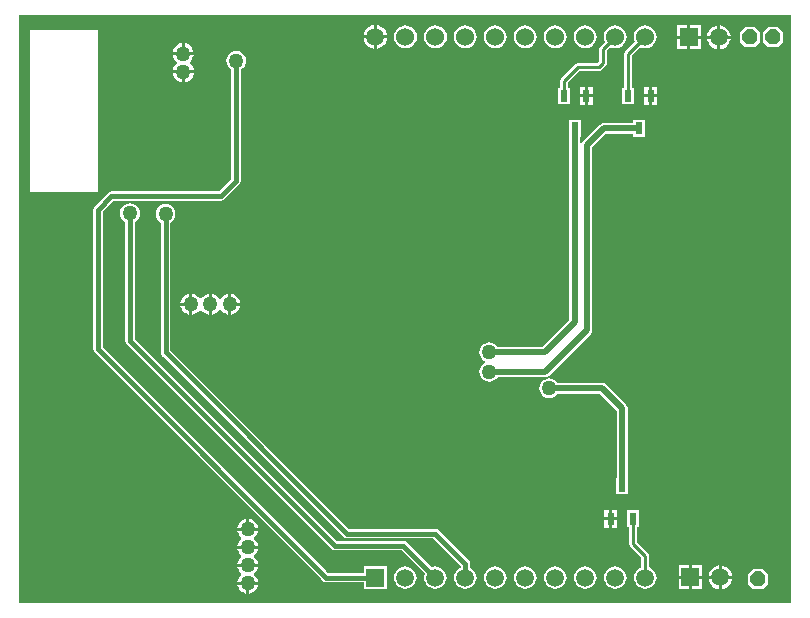
<source format=gbl>
G04 Layer_Physical_Order=2*
G04 Layer_Color=16711680*
%FSLAX25Y25*%
%MOIN*%
G70*
G01*
G75*
%ADD10C,0.01000*%
%ADD19C,0.02000*%
%ADD20C,0.01500*%
%ADD23C,0.05906*%
%ADD24R,0.05906X0.05906*%
%ADD25C,0.06000*%
%ADD26P,0.05412X8X22.5*%
%ADD27C,0.05000*%
%ADD28R,0.02362X0.03937*%
G36*
X93530Y-98711D02*
X-163687D01*
Y97483D01*
X93530D01*
Y-98711D01*
D02*
G37*
%LPC*%
G36*
X-87000Y-70536D02*
Y-73500D01*
X-84036D01*
X-84090Y-73086D01*
X-84443Y-72235D01*
X-85004Y-71504D01*
X-85735Y-70943D01*
X-86586Y-70590D01*
X-87000Y-70536D01*
D02*
G37*
G36*
X-88000D02*
X-88414Y-70590D01*
X-89265Y-70943D01*
X-89996Y-71504D01*
X-90557Y-72235D01*
X-90910Y-73086D01*
X-90964Y-73500D01*
X-88000D01*
Y-70536D01*
D02*
G37*
G36*
X35701Y-71000D02*
X34020D01*
Y-73469D01*
X35701D01*
Y-71000D01*
D02*
G37*
G36*
X33020D02*
X31339D01*
Y-73469D01*
X33020D01*
Y-71000D01*
D02*
G37*
G36*
X-84036Y-74500D02*
X-90964D01*
X-90910Y-74914D01*
X-90557Y-75765D01*
X-89996Y-76496D01*
X-89666Y-76750D01*
Y-77250D01*
X-89996Y-77504D01*
X-90557Y-78235D01*
X-90910Y-79086D01*
X-90964Y-79500D01*
X-84036D01*
X-84090Y-79086D01*
X-84443Y-78235D01*
X-85004Y-77504D01*
X-85334Y-77250D01*
Y-76750D01*
X-85004Y-76496D01*
X-84443Y-75765D01*
X-84090Y-74914D01*
X-84036Y-74500D01*
D02*
G37*
G36*
X69500Y-86079D02*
X68968Y-86149D01*
X68007Y-86547D01*
X67181Y-87181D01*
X66547Y-88007D01*
X66149Y-88968D01*
X66079Y-89500D01*
X69500D01*
Y-86079D01*
D02*
G37*
G36*
X63953Y-86047D02*
X60500D01*
Y-89500D01*
X63953D01*
Y-86047D01*
D02*
G37*
G36*
X-84036Y-80500D02*
X-90964D01*
X-90910Y-80914D01*
X-90557Y-81765D01*
X-89996Y-82496D01*
X-89666Y-82750D01*
Y-83250D01*
X-89996Y-83504D01*
X-90557Y-84235D01*
X-90910Y-85086D01*
X-90964Y-85500D01*
X-84036D01*
X-84090Y-85086D01*
X-84443Y-84235D01*
X-85004Y-83504D01*
X-85334Y-83250D01*
Y-82750D01*
X-85004Y-82496D01*
X-84443Y-81765D01*
X-84090Y-80914D01*
X-84036Y-80500D01*
D02*
G37*
G36*
X70500Y-86079D02*
Y-89500D01*
X73921D01*
X73851Y-88968D01*
X73453Y-88007D01*
X72819Y-87181D01*
X71993Y-86547D01*
X71032Y-86149D01*
X70500Y-86079D01*
D02*
G37*
G36*
X-93000Y4464D02*
Y1500D01*
X-90036D01*
X-90090Y1914D01*
X-90443Y2765D01*
X-91004Y3496D01*
X-91735Y4057D01*
X-92586Y4410D01*
X-93000Y4464D01*
D02*
G37*
G36*
X-107000D02*
X-107414Y4410D01*
X-108265Y4057D01*
X-108996Y3496D01*
X-109557Y2765D01*
X-109910Y1914D01*
X-109964Y1500D01*
X-107000D01*
Y4464D01*
D02*
G37*
G36*
X-94000D02*
X-94414Y4410D01*
X-95265Y4057D01*
X-95996Y3496D01*
X-96456Y2897D01*
X-96612Y2855D01*
X-96888D01*
X-97044Y2897D01*
X-97504Y3496D01*
X-98235Y4057D01*
X-99086Y4410D01*
X-99500Y4464D01*
Y1000D01*
Y-2464D01*
X-99086Y-2410D01*
X-98235Y-2057D01*
X-97504Y-1496D01*
X-97044Y-897D01*
X-96888Y-855D01*
X-96612D01*
X-96456Y-897D01*
X-95996Y-1496D01*
X-95265Y-2057D01*
X-94414Y-2410D01*
X-94000Y-2464D01*
Y1000D01*
Y4464D01*
D02*
G37*
G36*
X-100500D02*
X-100914Y4410D01*
X-101765Y4057D01*
X-102496Y3496D01*
X-102956Y2897D01*
X-103112Y2855D01*
X-103388D01*
X-103544Y2897D01*
X-104004Y3496D01*
X-104735Y4057D01*
X-105586Y4410D01*
X-106000Y4464D01*
Y1000D01*
Y-2464D01*
X-105586Y-2410D01*
X-104735Y-2057D01*
X-104004Y-1496D01*
X-103544Y-897D01*
X-103388Y-855D01*
X-103112D01*
X-102956Y-897D01*
X-102496Y-1496D01*
X-101765Y-2057D01*
X-100914Y-2410D01*
X-100500Y-2464D01*
Y1000D01*
Y4464D01*
D02*
G37*
G36*
X-90036Y500D02*
X-93000D01*
Y-2464D01*
X-92586Y-2410D01*
X-91735Y-2057D01*
X-91004Y-1496D01*
X-90443Y-765D01*
X-90090Y86D01*
X-90036Y500D01*
D02*
G37*
G36*
X35701Y-67532D02*
X34020D01*
Y-70000D01*
X35701D01*
Y-67532D01*
D02*
G37*
G36*
X33020D02*
X31339D01*
Y-70000D01*
X33020D01*
Y-67532D01*
D02*
G37*
G36*
X-107000Y500D02*
X-109964D01*
X-109910Y86D01*
X-109557Y-765D01*
X-108996Y-1496D01*
X-108265Y-2057D01*
X-107414Y-2410D01*
X-107000Y-2464D01*
Y500D01*
D02*
G37*
G36*
X13000Y-23684D02*
X12142Y-23797D01*
X11342Y-24128D01*
X10655Y-24655D01*
X10129Y-25342D01*
X9797Y-26142D01*
X9684Y-27000D01*
X9797Y-27858D01*
X10129Y-28658D01*
X10655Y-29345D01*
X11342Y-29871D01*
X12142Y-30203D01*
X13000Y-30316D01*
X13858Y-30203D01*
X14658Y-29871D01*
X15345Y-29345D01*
X15745Y-28822D01*
X29745D01*
X35437Y-34515D01*
Y-56917D01*
X35291D01*
Y-62429D01*
X39228D01*
Y-56917D01*
X39082D01*
Y-33760D01*
X39082Y-33760D01*
X38943Y-33062D01*
X38548Y-32471D01*
X38548Y-32471D01*
X31789Y-25711D01*
X31197Y-25316D01*
X30500Y-25178D01*
X30500Y-25178D01*
X15745D01*
X15345Y-24655D01*
X14658Y-24128D01*
X13858Y-23797D01*
X13000Y-23684D01*
D02*
G37*
G36*
X59500Y-86047D02*
X56047D01*
Y-89500D01*
X59500D01*
Y-86047D01*
D02*
G37*
G36*
X-35000Y-86351D02*
X-35976Y-86480D01*
X-36886Y-86857D01*
X-37668Y-87456D01*
X-38267Y-88237D01*
X-38644Y-89147D01*
X-38772Y-90124D01*
X-38644Y-91100D01*
X-38267Y-92010D01*
X-37668Y-92791D01*
X-36886Y-93391D01*
X-35976Y-93767D01*
X-35000Y-93896D01*
X-34024Y-93767D01*
X-33114Y-93391D01*
X-32333Y-92791D01*
X-31733Y-92010D01*
X-31356Y-91100D01*
X-31228Y-90124D01*
X-31356Y-89147D01*
X-31733Y-88237D01*
X-32333Y-87456D01*
X-33114Y-86857D01*
X-34024Y-86480D01*
X-35000Y-86351D01*
D02*
G37*
G36*
X73921Y-90500D02*
X70500D01*
Y-93921D01*
X71032Y-93851D01*
X71993Y-93453D01*
X72819Y-92819D01*
X73453Y-91993D01*
X73851Y-91032D01*
X73921Y-90500D01*
D02*
G37*
G36*
X-114953Y34363D02*
X-115811Y34250D01*
X-116611Y33919D01*
X-117297Y33392D01*
X-117824Y32705D01*
X-118156Y31905D01*
X-118269Y31047D01*
X-118156Y30189D01*
X-117824Y29389D01*
X-117297Y28703D01*
X-116611Y28176D01*
X-116520Y28138D01*
Y-15047D01*
X-116401Y-15647D01*
X-116061Y-16156D01*
X-55608Y-76608D01*
X-55100Y-76948D01*
X-54500Y-77068D01*
X-25649D01*
X-16567Y-86149D01*
Y-86725D01*
X-16886Y-86857D01*
X-17668Y-87456D01*
X-18267Y-88237D01*
X-18644Y-89147D01*
X-18772Y-90124D01*
X-18644Y-91100D01*
X-18267Y-92010D01*
X-17668Y-92791D01*
X-16886Y-93391D01*
X-15976Y-93767D01*
X-15000Y-93896D01*
X-14024Y-93767D01*
X-13114Y-93391D01*
X-12332Y-92791D01*
X-11733Y-92010D01*
X-11356Y-91100D01*
X-11228Y-90124D01*
X-11356Y-89147D01*
X-11733Y-88237D01*
X-12332Y-87456D01*
X-13114Y-86857D01*
X-13432Y-86725D01*
Y-85500D01*
X-13552Y-84900D01*
X-13892Y-84392D01*
X-23892Y-74392D01*
X-24400Y-74052D01*
X-25000Y-73932D01*
X-53851D01*
X-113385Y-14398D01*
Y28138D01*
X-113295Y28176D01*
X-112608Y28703D01*
X-112081Y29389D01*
X-111750Y30189D01*
X-111637Y31047D01*
X-111750Y31905D01*
X-112081Y32705D01*
X-112608Y33392D01*
X-113295Y33919D01*
X-114095Y34250D01*
X-114953Y34363D01*
D02*
G37*
G36*
X-126764Y34552D02*
X-127622Y34439D01*
X-128422Y34108D01*
X-129108Y33581D01*
X-129635Y32894D01*
X-129966Y32094D01*
X-130079Y31236D01*
X-129966Y30378D01*
X-129635Y29578D01*
X-129108Y28892D01*
X-128422Y28365D01*
X-128331Y28327D01*
Y-11236D01*
X-128212Y-11836D01*
X-127872Y-12345D01*
X-59608Y-80608D01*
X-59100Y-80948D01*
X-58500Y-81068D01*
X-36273D01*
X-28512Y-88829D01*
X-28644Y-89147D01*
X-28772Y-90124D01*
X-28644Y-91100D01*
X-28267Y-92010D01*
X-27667Y-92791D01*
X-26886Y-93391D01*
X-25976Y-93767D01*
X-25000Y-93896D01*
X-24024Y-93767D01*
X-23114Y-93391D01*
X-22332Y-92791D01*
X-21733Y-92010D01*
X-21356Y-91100D01*
X-21228Y-90124D01*
X-21356Y-89147D01*
X-21733Y-88237D01*
X-22332Y-87456D01*
X-23114Y-86857D01*
X-24024Y-86480D01*
X-25000Y-86351D01*
X-25976Y-86480D01*
X-26295Y-86612D01*
X-34515Y-78392D01*
X-35024Y-78052D01*
X-35624Y-77933D01*
X-57851D01*
X-125196Y-10587D01*
Y28327D01*
X-125106Y28365D01*
X-124419Y28892D01*
X-123892Y29578D01*
X-123561Y30378D01*
X-123448Y31236D01*
X-123561Y32094D01*
X-123892Y32894D01*
X-124419Y33581D01*
X-125106Y34108D01*
X-125906Y34439D01*
X-126764Y34552D01*
D02*
G37*
G36*
X69500Y-90500D02*
X66079D01*
X66149Y-91032D01*
X66547Y-91993D01*
X67181Y-92819D01*
X68007Y-93453D01*
X68968Y-93851D01*
X69500Y-93921D01*
Y-90500D01*
D02*
G37*
G36*
X-84036Y-92500D02*
X-87000D01*
Y-95464D01*
X-86586Y-95410D01*
X-85735Y-95057D01*
X-85004Y-94496D01*
X-84443Y-93765D01*
X-84090Y-92914D01*
X-84036Y-92500D01*
D02*
G37*
G36*
X-88000D02*
X-90964D01*
X-90910Y-92914D01*
X-90557Y-93765D01*
X-89996Y-94496D01*
X-89265Y-95057D01*
X-88414Y-95410D01*
X-88000Y-95464D01*
Y-92500D01*
D02*
G37*
G36*
X63953Y-90500D02*
X60500D01*
Y-93953D01*
X63953D01*
Y-90500D01*
D02*
G37*
G36*
X59500D02*
X56047D01*
Y-93953D01*
X59500D01*
Y-90500D01*
D02*
G37*
G36*
X-91331Y85485D02*
X-92189Y85372D01*
X-92989Y85041D01*
X-93675Y84514D01*
X-94202Y83827D01*
X-94533Y83027D01*
X-94647Y82169D01*
X-94533Y81311D01*
X-94202Y80511D01*
X-93675Y79825D01*
X-93068Y79358D01*
Y42649D01*
X-97149Y38568D01*
X-133000D01*
X-133600Y38448D01*
X-134108Y38108D01*
X-138608Y33608D01*
X-138948Y33100D01*
X-139067Y32500D01*
Y-14000D01*
X-138948Y-14600D01*
X-138608Y-15108D01*
X-62485Y-91232D01*
X-61976Y-91572D01*
X-61376Y-91691D01*
X-48740D01*
Y-93864D01*
X-41260D01*
Y-86383D01*
X-48740D01*
Y-88556D01*
X-60727D01*
X-135933Y-13351D01*
Y31851D01*
X-132351Y35432D01*
X-96500D01*
X-95900Y35552D01*
X-95392Y35892D01*
X-90392Y40892D01*
X-90052Y41400D01*
X-89933Y42000D01*
Y79190D01*
X-89673Y79298D01*
X-88986Y79825D01*
X-88459Y80511D01*
X-88128Y81311D01*
X-88015Y82169D01*
X-88128Y83027D01*
X-88459Y83827D01*
X-88986Y84514D01*
X-89673Y85041D01*
X-90473Y85372D01*
X-91331Y85485D01*
D02*
G37*
G36*
X42968Y-67744D02*
X39031D01*
Y-73256D01*
X39687D01*
Y-79000D01*
X39787Y-79502D01*
X40072Y-79928D01*
X43687Y-83544D01*
Y-86619D01*
X43114Y-86857D01*
X42333Y-87456D01*
X41733Y-88237D01*
X41356Y-89147D01*
X41228Y-90124D01*
X41356Y-91100D01*
X41733Y-92010D01*
X42333Y-92791D01*
X43114Y-93391D01*
X44024Y-93767D01*
X45000Y-93896D01*
X45976Y-93767D01*
X46886Y-93391D01*
X47668Y-92791D01*
X48267Y-92010D01*
X48644Y-91100D01*
X48772Y-90124D01*
X48644Y-89147D01*
X48267Y-88237D01*
X47668Y-87456D01*
X46886Y-86857D01*
X46313Y-86619D01*
Y-83000D01*
X46213Y-82498D01*
X45928Y-82072D01*
X42313Y-78456D01*
Y-73256D01*
X42968D01*
Y-67744D01*
D02*
G37*
G36*
X-84036Y-86500D02*
X-90964D01*
X-90910Y-86914D01*
X-90557Y-87765D01*
X-89996Y-88496D01*
X-89666Y-88750D01*
Y-89250D01*
X-89996Y-89504D01*
X-90557Y-90235D01*
X-90910Y-91086D01*
X-90964Y-91500D01*
X-84036D01*
X-84090Y-91086D01*
X-84443Y-90235D01*
X-85004Y-89504D01*
X-85334Y-89250D01*
Y-88750D01*
X-85004Y-88496D01*
X-84443Y-87765D01*
X-84090Y-86914D01*
X-84036Y-86500D01*
D02*
G37*
G36*
X84144Y-87213D02*
X80856D01*
X79213Y-88856D01*
Y-92144D01*
X80856Y-93787D01*
X84144D01*
X85787Y-92144D01*
Y-88856D01*
X84144Y-87213D01*
D02*
G37*
G36*
X35000Y-86351D02*
X34024Y-86480D01*
X33114Y-86857D01*
X32333Y-87456D01*
X31733Y-88237D01*
X31356Y-89147D01*
X31228Y-90124D01*
X31356Y-91100D01*
X31733Y-92010D01*
X32333Y-92791D01*
X33114Y-93391D01*
X34024Y-93767D01*
X35000Y-93896D01*
X35976Y-93767D01*
X36886Y-93391D01*
X37668Y-92791D01*
X38267Y-92010D01*
X38644Y-91100D01*
X38772Y-90124D01*
X38644Y-89147D01*
X38267Y-88237D01*
X37668Y-87456D01*
X36886Y-86857D01*
X35976Y-86480D01*
X35000Y-86351D01*
D02*
G37*
G36*
X5000D02*
X4024Y-86480D01*
X3114Y-86857D01*
X2332Y-87456D01*
X1733Y-88237D01*
X1356Y-89147D01*
X1228Y-90124D01*
X1356Y-91100D01*
X1733Y-92010D01*
X2332Y-92791D01*
X3114Y-93391D01*
X4024Y-93767D01*
X5000Y-93896D01*
X5976Y-93767D01*
X6886Y-93391D01*
X7667Y-92791D01*
X8267Y-92010D01*
X8644Y-91100D01*
X8772Y-90124D01*
X8644Y-89147D01*
X8267Y-88237D01*
X7667Y-87456D01*
X6886Y-86857D01*
X5976Y-86480D01*
X5000Y-86351D01*
D02*
G37*
G36*
X-5000D02*
X-5976Y-86480D01*
X-6886Y-86857D01*
X-7667Y-87456D01*
X-8267Y-88237D01*
X-8644Y-89147D01*
X-8772Y-90124D01*
X-8644Y-91100D01*
X-8267Y-92010D01*
X-7667Y-92791D01*
X-6886Y-93391D01*
X-5976Y-93767D01*
X-5000Y-93896D01*
X-4024Y-93767D01*
X-3114Y-93391D01*
X-2332Y-92791D01*
X-1733Y-92010D01*
X-1356Y-91100D01*
X-1228Y-90124D01*
X-1356Y-89147D01*
X-1733Y-88237D01*
X-2332Y-87456D01*
X-3114Y-86857D01*
X-4024Y-86480D01*
X-5000Y-86351D01*
D02*
G37*
G36*
X25000D02*
X24024Y-86480D01*
X23114Y-86857D01*
X22332Y-87456D01*
X21733Y-88237D01*
X21356Y-89147D01*
X21228Y-90124D01*
X21356Y-91100D01*
X21733Y-92010D01*
X22332Y-92791D01*
X23114Y-93391D01*
X24024Y-93767D01*
X25000Y-93896D01*
X25976Y-93767D01*
X26886Y-93391D01*
X27667Y-92791D01*
X28267Y-92010D01*
X28644Y-91100D01*
X28772Y-90124D01*
X28644Y-89147D01*
X28267Y-88237D01*
X27667Y-87456D01*
X26886Y-86857D01*
X25976Y-86480D01*
X25000Y-86351D01*
D02*
G37*
G36*
X15000D02*
X14024Y-86480D01*
X13114Y-86857D01*
X12332Y-87456D01*
X11733Y-88237D01*
X11356Y-89147D01*
X11228Y-90124D01*
X11356Y-91100D01*
X11733Y-92010D01*
X12332Y-92791D01*
X13114Y-93391D01*
X14024Y-93767D01*
X15000Y-93896D01*
X15976Y-93767D01*
X16886Y-93391D01*
X17668Y-92791D01*
X18267Y-92010D01*
X18644Y-91100D01*
X18772Y-90124D01*
X18644Y-89147D01*
X18267Y-88237D01*
X17668Y-87456D01*
X16886Y-86857D01*
X15976Y-86480D01*
X15000Y-86351D01*
D02*
G37*
G36*
X4995Y93946D02*
X4006Y93816D01*
X3085Y93435D01*
X2294Y92828D01*
X1687Y92036D01*
X1305Y91115D01*
X1175Y90126D01*
X1305Y89138D01*
X1687Y88216D01*
X2294Y87425D01*
X3085Y86818D01*
X4006Y86436D01*
X4995Y86306D01*
X5984Y86436D01*
X6905Y86818D01*
X7696Y87425D01*
X8303Y88216D01*
X8685Y89138D01*
X8815Y90126D01*
X8685Y91115D01*
X8303Y92036D01*
X7696Y92828D01*
X6905Y93435D01*
X5984Y93816D01*
X4995Y93946D01*
D02*
G37*
G36*
X-4995D02*
X-5984Y93816D01*
X-6905Y93435D01*
X-7696Y92828D01*
X-8303Y92036D01*
X-8685Y91115D01*
X-8815Y90126D01*
X-8685Y89138D01*
X-8303Y88216D01*
X-7696Y87425D01*
X-6905Y86818D01*
X-5984Y86436D01*
X-4995Y86306D01*
X-4006Y86436D01*
X-3085Y86818D01*
X-2294Y87425D01*
X-1687Y88216D01*
X-1305Y89138D01*
X-1175Y90126D01*
X-1305Y91115D01*
X-1687Y92036D01*
X-2294Y92828D01*
X-3085Y93435D01*
X-4006Y93816D01*
X-4995Y93946D01*
D02*
G37*
G36*
X24974D02*
X23985Y93816D01*
X23064Y93435D01*
X22273Y92828D01*
X21666Y92036D01*
X21284Y91115D01*
X21154Y90126D01*
X21284Y89138D01*
X21666Y88216D01*
X22273Y87425D01*
X23064Y86818D01*
X23985Y86436D01*
X24974Y86306D01*
X25962Y86436D01*
X26884Y86818D01*
X27675Y87425D01*
X28282Y88216D01*
X28664Y89138D01*
X28794Y90126D01*
X28664Y91115D01*
X28282Y92036D01*
X27675Y92828D01*
X26884Y93435D01*
X25962Y93816D01*
X24974Y93946D01*
D02*
G37*
G36*
X14984D02*
X13995Y93816D01*
X13074Y93435D01*
X12283Y92828D01*
X11676Y92036D01*
X11294Y91115D01*
X11164Y90126D01*
X11294Y89138D01*
X11676Y88216D01*
X12283Y87425D01*
X13074Y86818D01*
X13995Y86436D01*
X14984Y86306D01*
X15973Y86436D01*
X16894Y86818D01*
X17685Y87425D01*
X18293Y88216D01*
X18674Y89138D01*
X18804Y90126D01*
X18674Y91115D01*
X18293Y92036D01*
X17685Y92828D01*
X16894Y93435D01*
X15973Y93816D01*
X14984Y93946D01*
D02*
G37*
G36*
X-14984D02*
X-15973Y93816D01*
X-16894Y93435D01*
X-17685Y92828D01*
X-18293Y92036D01*
X-18674Y91115D01*
X-18804Y90126D01*
X-18674Y89138D01*
X-18293Y88216D01*
X-17685Y87425D01*
X-16894Y86818D01*
X-15973Y86436D01*
X-14984Y86306D01*
X-13995Y86436D01*
X-13074Y86818D01*
X-12283Y87425D01*
X-11676Y88216D01*
X-11294Y89138D01*
X-11164Y90126D01*
X-11294Y91115D01*
X-11676Y92036D01*
X-12283Y92828D01*
X-13074Y93435D01*
X-13995Y93816D01*
X-14984Y93946D01*
D02*
G37*
G36*
X-41079Y89579D02*
X-44500D01*
Y86158D01*
X-43968Y86228D01*
X-43007Y86626D01*
X-42181Y87260D01*
X-41547Y88086D01*
X-41149Y89047D01*
X-41079Y89579D01*
D02*
G37*
G36*
X-45500D02*
X-48921D01*
X-48851Y89047D01*
X-48453Y88086D01*
X-47819Y87260D01*
X-46993Y86626D01*
X-46032Y86228D01*
X-45500Y86158D01*
Y89579D01*
D02*
G37*
G36*
X-24974Y93946D02*
X-25962Y93816D01*
X-26884Y93435D01*
X-27675Y92828D01*
X-28282Y92036D01*
X-28664Y91115D01*
X-28794Y90126D01*
X-28664Y89138D01*
X-28282Y88216D01*
X-27675Y87425D01*
X-26884Y86818D01*
X-25962Y86436D01*
X-24974Y86306D01*
X-23985Y86436D01*
X-23064Y86818D01*
X-22273Y87425D01*
X-21666Y88216D01*
X-21284Y89138D01*
X-21154Y90126D01*
X-21284Y91115D01*
X-21666Y92036D01*
X-22273Y92828D01*
X-23064Y93435D01*
X-23985Y93816D01*
X-24974Y93946D01*
D02*
G37*
G36*
X-34963D02*
X-35952Y93816D01*
X-36873Y93435D01*
X-37664Y92828D01*
X-38271Y92036D01*
X-38653Y91115D01*
X-38783Y90126D01*
X-38653Y89138D01*
X-38271Y88216D01*
X-37664Y87425D01*
X-36873Y86818D01*
X-35952Y86436D01*
X-34963Y86306D01*
X-33974Y86436D01*
X-33053Y86818D01*
X-32262Y87425D01*
X-31655Y88216D01*
X-31273Y89138D01*
X-31143Y90126D01*
X-31273Y91115D01*
X-31655Y92036D01*
X-32262Y92828D01*
X-33053Y93435D01*
X-33974Y93816D01*
X-34963Y93946D01*
D02*
G37*
G36*
X34963D02*
X33974Y93816D01*
X33053Y93435D01*
X32262Y92828D01*
X31655Y92036D01*
X31273Y91115D01*
X31143Y90126D01*
X31273Y89138D01*
X31521Y88540D01*
X30072Y87091D01*
X29787Y86665D01*
X29687Y86163D01*
Y82044D01*
X28956Y81313D01*
X22500D01*
X21998Y81213D01*
X21572Y80928D01*
X16832Y76188D01*
X16547Y75762D01*
X16447Y75260D01*
Y73169D01*
X15791D01*
Y67658D01*
X19728D01*
Y73169D01*
X19072D01*
Y74716D01*
X23044Y78687D01*
X29500D01*
X30002Y78787D01*
X30428Y79072D01*
X31928Y80572D01*
X32213Y80998D01*
X32313Y81500D01*
Y85619D01*
X33377Y86684D01*
X33974Y86436D01*
X34963Y86306D01*
X35952Y86436D01*
X36873Y86818D01*
X37664Y87425D01*
X38271Y88216D01*
X38653Y89138D01*
X38783Y90126D01*
X38653Y91115D01*
X38271Y92036D01*
X37664Y92828D01*
X36873Y93435D01*
X35952Y93816D01*
X34963Y93946D01*
D02*
G37*
G36*
X70000Y93921D02*
Y90500D01*
X73421D01*
X73351Y91032D01*
X72953Y91993D01*
X72319Y92819D01*
X71493Y93453D01*
X70532Y93851D01*
X70000Y93921D01*
D02*
G37*
G36*
X69000D02*
X68468Y93851D01*
X67507Y93453D01*
X66681Y92819D01*
X66047Y91993D01*
X65649Y91032D01*
X65579Y90500D01*
X69000D01*
Y93921D01*
D02*
G37*
G36*
X-44500Y94000D02*
Y90579D01*
X-41079D01*
X-41149Y91111D01*
X-41547Y92073D01*
X-42181Y92898D01*
X-43007Y93532D01*
X-43968Y93930D01*
X-44500Y94000D01*
D02*
G37*
G36*
X-45500D02*
X-46032Y93930D01*
X-46993Y93532D01*
X-47819Y92898D01*
X-48453Y92073D01*
X-48851Y91111D01*
X-48921Y90579D01*
X-45500D01*
Y94000D01*
D02*
G37*
G36*
X63453Y93953D02*
X60000D01*
Y90500D01*
X63453D01*
Y93953D01*
D02*
G37*
G36*
X81644Y93287D02*
X78356D01*
X76713Y91644D01*
Y88356D01*
X78356Y86713D01*
X81644D01*
X83287Y88356D01*
Y91644D01*
X81644Y93287D01*
D02*
G37*
G36*
X44953Y93946D02*
X43964Y93816D01*
X43043Y93435D01*
X42252Y92828D01*
X41644Y92036D01*
X41263Y91115D01*
X41133Y90126D01*
X41263Y89138D01*
X41510Y88540D01*
X38332Y85362D01*
X38047Y84936D01*
X37947Y84434D01*
Y73169D01*
X37291D01*
Y67658D01*
X41228D01*
Y73169D01*
X40573D01*
Y83890D01*
X43367Y86684D01*
X43964Y86436D01*
X44953Y86306D01*
X45941Y86436D01*
X46863Y86818D01*
X47654Y87425D01*
X48261Y88216D01*
X48643Y89138D01*
X48773Y90126D01*
X48643Y91115D01*
X48261Y92036D01*
X47654Y92828D01*
X46863Y93435D01*
X45941Y93816D01*
X44953Y93946D01*
D02*
G37*
G36*
X59000Y93953D02*
X55547D01*
Y90500D01*
X59000D01*
Y93953D01*
D02*
G37*
G36*
X89144Y93287D02*
X85856D01*
X84213Y91644D01*
Y88356D01*
X85856Y86713D01*
X89144D01*
X90787Y88356D01*
Y91644D01*
X89144Y93287D01*
D02*
G37*
G36*
X24740Y73382D02*
X23059D01*
Y70913D01*
X24740D01*
Y73382D01*
D02*
G37*
G36*
X48921Y69913D02*
X47240D01*
Y67445D01*
X48921D01*
Y69913D01*
D02*
G37*
G36*
X27421Y73382D02*
X25740D01*
Y70913D01*
X27421D01*
Y73382D01*
D02*
G37*
G36*
X46240D02*
X44559D01*
Y70913D01*
X46240D01*
Y73382D01*
D02*
G37*
G36*
Y69913D02*
X44559D01*
Y67445D01*
X46240D01*
Y69913D01*
D02*
G37*
G36*
X44969Y62343D02*
X41032D01*
Y61409D01*
X31087D01*
X30389Y61270D01*
X29798Y60875D01*
X29798Y60875D01*
X24211Y55289D01*
X23816Y54697D01*
X23322Y54777D01*
Y56831D01*
X23469D01*
Y62343D01*
X19532D01*
Y56831D01*
X19678D01*
Y-4245D01*
X10745Y-13178D01*
X-4255D01*
X-4655Y-12655D01*
X-5342Y-12128D01*
X-6142Y-11797D01*
X-7000Y-11684D01*
X-7858Y-11797D01*
X-8658Y-12128D01*
X-9345Y-12655D01*
X-9871Y-13342D01*
X-10203Y-14142D01*
X-10316Y-15000D01*
X-10203Y-15858D01*
X-9871Y-16658D01*
X-9345Y-17345D01*
X-8658Y-17872D01*
X-8398Y-17979D01*
Y-18521D01*
X-8658Y-18629D01*
X-9345Y-19155D01*
X-9871Y-19842D01*
X-10203Y-20642D01*
X-10316Y-21500D01*
X-10203Y-22358D01*
X-9871Y-23158D01*
X-9345Y-23845D01*
X-8658Y-24372D01*
X-7858Y-24703D01*
X-7000Y-24816D01*
X-6142Y-24703D01*
X-5342Y-24372D01*
X-4655Y-23845D01*
X-4255Y-23322D01*
X11500D01*
X11500Y-23322D01*
X12197Y-23184D01*
X12789Y-22789D01*
X26789Y-8789D01*
X27184Y-8197D01*
X27322Y-7500D01*
X27322Y-7500D01*
Y53245D01*
X31841Y57764D01*
X41032D01*
Y56831D01*
X44969D01*
Y62343D01*
D02*
G37*
G36*
X-137500Y92500D02*
X-160000D01*
Y38500D01*
X-137500D01*
Y92500D01*
D02*
G37*
G36*
X27421Y69913D02*
X25740D01*
Y67445D01*
X27421D01*
Y69913D01*
D02*
G37*
G36*
X24740D02*
X23059D01*
Y67445D01*
X24740D01*
Y69913D01*
D02*
G37*
G36*
X48921Y73382D02*
X47240D01*
Y70913D01*
X48921D01*
Y73382D01*
D02*
G37*
G36*
X63453Y89500D02*
X60000D01*
Y86047D01*
X63453D01*
Y89500D01*
D02*
G37*
G36*
X59000D02*
X55547D01*
Y86047D01*
X59000D01*
Y89500D01*
D02*
G37*
G36*
X73421D02*
X70000D01*
Y86079D01*
X70532Y86149D01*
X71493Y86547D01*
X72319Y87181D01*
X72953Y88007D01*
X73351Y88968D01*
X73421Y89500D01*
D02*
G37*
G36*
X69000D02*
X65579D01*
X65649Y88968D01*
X66047Y88007D01*
X66681Y87181D01*
X67507Y86547D01*
X68468Y86149D01*
X69000Y86079D01*
Y89500D01*
D02*
G37*
G36*
X-108547Y87964D02*
Y85000D01*
X-105583D01*
X-105637Y85414D01*
X-105990Y86265D01*
X-106551Y86996D01*
X-107282Y87557D01*
X-108134Y87910D01*
X-108547Y87964D01*
D02*
G37*
G36*
X-105536Y78000D02*
X-108500D01*
Y75036D01*
X-108086Y75090D01*
X-107235Y75443D01*
X-106504Y76004D01*
X-105943Y76735D01*
X-105590Y77586D01*
X-105536Y78000D01*
D02*
G37*
G36*
X-109500D02*
X-112464D01*
X-112410Y77586D01*
X-112057Y76735D01*
X-111496Y76004D01*
X-110765Y75443D01*
X-109914Y75090D01*
X-109500Y75036D01*
Y78000D01*
D02*
G37*
G36*
X-109547Y87964D02*
X-109961Y87910D01*
X-110812Y87557D01*
X-111544Y86996D01*
X-112104Y86265D01*
X-112457Y85414D01*
X-112512Y85000D01*
X-109547D01*
Y87964D01*
D02*
G37*
G36*
X-105583Y84000D02*
X-112512D01*
X-112457Y83586D01*
X-112104Y82735D01*
X-111544Y82004D01*
X-111189Y81732D01*
Y81232D01*
X-111496Y80996D01*
X-112057Y80265D01*
X-112410Y79414D01*
X-112464Y79000D01*
X-105536D01*
X-105590Y79414D01*
X-105943Y80265D01*
X-106504Y80996D01*
X-106858Y81268D01*
Y81768D01*
X-106551Y82004D01*
X-105990Y82735D01*
X-105637Y83586D01*
X-105583Y84000D01*
D02*
G37*
%LPD*%
D10*
X45000Y-90124D02*
Y-83000D01*
X41000Y-79000D02*
X45000Y-83000D01*
X41000Y-79000D02*
Y-70500D01*
X39260Y84434D02*
X44953Y90126D01*
X17760Y70413D02*
Y75260D01*
X22500Y80000D02*
X29500D01*
X31000Y81500D01*
Y86163D01*
X34963Y90126D01*
X17760Y75260D02*
X22500Y80000D01*
X39260Y70413D02*
Y84434D01*
D19*
X-7000Y-15000D02*
X11500D01*
X21500Y-5000D01*
Y59587D01*
X-7000Y-21500D02*
X11500D01*
X25500Y-7500D01*
Y54000D01*
X31087Y59587D01*
X43000D01*
X37260Y-59673D02*
Y-33760D01*
X30500Y-27000D02*
X37260Y-33760D01*
X13000Y-27000D02*
X30500D01*
D20*
X-15000Y-90124D02*
Y-85500D01*
X-25000Y-75500D02*
X-15000Y-85500D01*
X-54500Y-75500D02*
X-25000D01*
X-114953Y-15047D02*
X-54500Y-75500D01*
X-114953Y-15047D02*
Y31047D01*
X-35624Y-79500D02*
X-25000Y-90124D01*
X-58500Y-79500D02*
X-35624D01*
X-126764Y-11236D02*
X-58500Y-79500D01*
X-126764Y-11236D02*
Y31236D01*
X-61376Y-90124D02*
X-45000D01*
X-137500Y-14000D02*
X-61376Y-90124D01*
X-137500Y-14000D02*
Y32500D01*
X-133000Y37000D01*
X-96500D01*
X-91500Y42000D01*
Y82000D01*
D23*
X70000Y-90000D02*
D03*
X-25000Y-90124D02*
D03*
X45000D02*
D03*
X35000D02*
D03*
X25000D02*
D03*
X15000D02*
D03*
X5000D02*
D03*
X-5000D02*
D03*
X-15000D02*
D03*
X-35000D02*
D03*
X-45000Y90079D02*
D03*
X69500Y90000D02*
D03*
D24*
X60000Y-90000D02*
D03*
X-45000Y-90124D02*
D03*
X59500Y90000D02*
D03*
D25*
X-34963Y90126D02*
D03*
X-24974D02*
D03*
X-14984D02*
D03*
X-4995D02*
D03*
X4995D02*
D03*
X14984D02*
D03*
X24974D02*
D03*
X34963D02*
D03*
X44953D02*
D03*
D26*
X87500Y90000D02*
D03*
X80000D02*
D03*
X82500Y-90500D02*
D03*
D27*
X-87500Y-74000D02*
D03*
Y-80000D02*
D03*
Y-86000D02*
D03*
Y-92000D02*
D03*
X-126764Y31236D02*
D03*
X-114953Y31047D02*
D03*
X-91331Y82169D02*
D03*
X-7000Y-21500D02*
D03*
Y-15000D02*
D03*
X13000Y-27000D02*
D03*
X-109047Y84500D02*
D03*
X-109000Y78500D02*
D03*
X-106500Y1000D02*
D03*
X-100000D02*
D03*
X-93500D02*
D03*
D28*
X37260Y-59673D02*
D03*
X33520Y-70500D02*
D03*
X41000D02*
D03*
X43000Y59587D02*
D03*
X46740Y70413D02*
D03*
X39260D02*
D03*
X21500Y59587D02*
D03*
X25240Y70413D02*
D03*
X17760D02*
D03*
M02*

</source>
